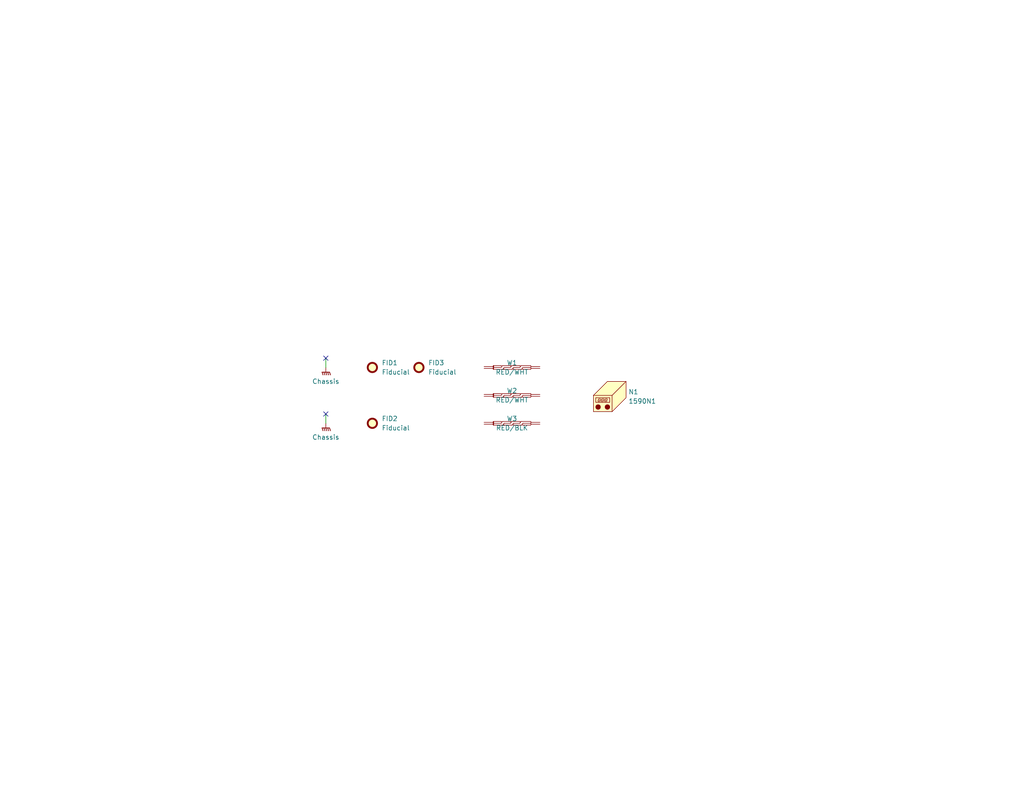
<source format=kicad_sch>
(kicad_sch (version 20230121) (generator eeschema)
  (paper "USLetter")
  (title_block (title "Baseboard") (date "2023-04-28") (rev "A") (company "Alessandro Rizzoni") (comment 1 "SCHEMATIC") (comment 2 "DRAFT") (comment 3 "AIR") (comment 5 "1: ALL COMPONENTS 25V RATING OR GREATER") (comment 6 "2: ALL RESISTORS LOW NOISE THIN FILM, 1% TOLERANCE OR SMALLER, 1/10W RATING OR GREATER") (comment 7 "3: ALL CAPACITORS MLCC, X5R OR X7R DIELECTRIC, 10% TOLERANCE OR SMALLER") (comment 8 "4: DO NOT POPULATE NOTE --TODO--") (comment 9 "5: PCB LAYOUT ACCORDING TO DATASHEET FOR ALL COMPONENTS"))
  (lib_symbols
    (symbol "Library:Chassis" (pin_names (offset 0))
      (property "Value" "Chassis" (at 0 -3.302 0))
      (symbol "Chassis_0_1"
        (polyline (pts (xy 0 -1.27) (xy 0 0)))
        (polyline (pts (xy -1.016 -1.27) (xy -1.27 -2.032) (xy -1.27 -2.032)) (stroke (width 0.2032)))
        (polyline (pts (xy -0.508 -1.27) (xy -0.762 -2.032) (xy -0.762 -2.032)) (stroke (width 0.2032)))
        (polyline (pts (xy 0 -1.27) (xy -0.254 -2.032) (xy -0.254 -2.032)) (stroke (width 0.2032)))
        (polyline (pts (xy 0.508 -1.27) (xy 0.254 -2.032) (xy 0.254 -2.032)) (stroke (width 0.2032)))
        (polyline (pts (xy 1.016 -1.27) (xy -1.016 -1.27) (xy -1.016 -1.27)) (stroke (width 0.2032)))
        (polyline (pts (xy 1.016 -1.27) (xy 0.762 -2.032) (xy 0.762 -2.032) (xy 0.762 -2.032)) (stroke (width 0.2032)))
      )
      (symbol "Chassis_1_1"
        (pin power_in line (at 0 0 270) (length 0) hide (name "GNDPWR") (number "1"))
      )
    )
    (symbol "Library:Twisted_Pair" (on_board no)
      (property "Reference" "W" (at 0 -1.27 0))
      (symbol "Twisted_Pair_0_1"
        (arc (start -5.08 -0.508) (mid -4.9748 -0.254) (end -5.08 0))
        (arc (start -5.08 0) (mid -5.1852 -0.254) (end -5.08 -0.508))
        (arc (start -5.08 0) (mid -4.9748 0.254) (end -5.08 0.508))
        (arc (start -5.08 0.508) (mid -5.1852 0.254) (end -5.08 0))
        (arc (start -3.0452 -0.0028) (mid -2.8664 0.0724) (end -2.7912 0.2512))
        (arc (start -2.794 0.254) (mid -2.8684 0.4336) (end -3.048 0.508))
        (arc (start -2.5427 0.5107) (mid -2.7215 0.4355) (end -2.7967 0.2567))
        (arc (start -2.54 -0.508) (mid -2.3607 -0.4333) (end -2.286 -0.254))
        (arc (start -2.286 -0.254) (mid -2.2116 -0.4336) (end -2.032 -0.508))
        (arc (start -2.0354 0.0034) (mid -2.214 -0.072) (end -2.2894 -0.2506))
        (arc (start -0.5052 -0.0028) (mid -0.3264 0.0724) (end -0.2512 0.2512))
        (arc (start -0.254 0.254) (mid -0.3284 0.4336) (end -0.508 0.508))
        (arc (start -0.0027 0.5107) (mid -0.1815 0.4355) (end -0.2567 0.2567))
        (arc (start 0 -0.508) (mid 0.1793 -0.4333) (end 0.254 -0.254))
        (polyline (pts (xy -5.08 -0.508) (xy -2.54 -0.508)))
        (polyline (pts (xy -5.08 -0.254) (xy -7.62 -0.254)))
        (polyline (pts (xy -5.08 0) (xy -3.048 0)))
        (polyline (pts (xy -5.08 0.254) (xy -7.62 0.254)))
        (polyline (pts (xy -3.048 0.508) (xy -5.08 0.508)))
        (polyline (pts (xy -2.032 -0.508) (xy 0 -0.508)))
        (polyline (pts (xy -2.032 0) (xy -0.508 0)))
        (polyline (pts (xy -0.508 0.508) (xy -2.54 0.508)))
        (polyline (pts (xy 0 0.508) (xy 2.032 0.508)))
        (polyline (pts (xy 0.508 -0.508) (xy 2.54 -0.508)))
        (polyline (pts (xy 2.032 0) (xy 0.508 0)))
        (polyline (pts (xy 2.54 0.508) (xy 5.08 0.508)))
        (polyline (pts (xy 3.048 0) (xy 5.08 0)))
        (polyline (pts (xy 5.08 -0.508) (xy 3.048 -0.508)))
        (polyline (pts (xy 5.207 -0.254) (xy 7.62 -0.254)))
        (polyline (pts (xy 5.207 0.254) (xy 7.62 0.254)))
        (arc (start 0.254 -0.254) (mid 0.3284 -0.4336) (end 0.508 -0.508))
        (arc (start 0.5046 0.0034) (mid 0.326 -0.072) (end 0.2506 -0.2506))
        (arc (start 2.0348 -0.0028) (mid 2.2136 0.0724) (end 2.2888 0.2512))
        (arc (start 2.286 0.254) (mid 2.2116 0.4336) (end 2.032 0.508))
        (arc (start 2.5373 0.5107) (mid 2.3585 0.4355) (end 2.2833 0.2567))
        (arc (start 2.54 -0.508) (mid 2.7193 -0.4333) (end 2.794 -0.254))
        (arc (start 2.794 -0.254) (mid 2.8684 -0.4336) (end 3.048 -0.508))
        (arc (start 3.0446 0.0034) (mid 2.866 -0.072) (end 2.7906 -0.2506))
        (arc (start 5.08 -0.508) (mid 5.1852 -0.254) (end 5.08 0))
        (arc (start 5.08 0) (mid 5.1852 0.254) (end 5.08 0.508))
      )
    )
    (symbol "Mechanical:Fiducial"
      (property "Reference" "FID" (at 0 5.08 0))
      (property "Value" "Fiducial" (at 0 3.175 0))
      (symbol "Fiducial_0_1"
        (circle (center 0 0) (radius 1.27) (stroke (width 0.508)) (fill (type background)))
      )
    )
    (symbol "Mechanical:Housing" (pin_names (offset 1.016))
      (property "Reference" "N" (at 3.81 0 0))
      (property "Value" "Housing" (at 3.81 -1.905 0))
      (symbol "Housing_0_1"
        (rectangle (start -5.08 -0.635) (end -1.27 -1.905))
        (circle (center -4.445 -3.175) (radius 0.635) (fill (type outline)))
        (circle (center -1.905 -3.175) (radius 0.635) (fill (type outline)))
        (polyline (pts (xy -4.5212 -1.5748) (xy -4.4704 -1.3716)))
        (polyline (pts (xy -4.4196 -1.6764) (xy -4.064 -1.6764)))
        (polyline (pts (xy -4.4196 -1.2192) (xy -4.3688 -0.9652)))
        (polyline (pts (xy -4.318 -1.3208) (xy -4.0132 -1.3208)))
        (polyline (pts (xy -4.2164 -0.9144) (xy -3.9116 -0.9144)))
        (polyline (pts (xy -3.9116 -1.6256) (xy -3.8608 -1.3716)))
        (polyline (pts (xy -3.81 -1.2192) (xy -3.7592 -0.9652)))
        (polyline (pts (xy -3.6068 -1.5748) (xy -3.556 -1.3716)))
        (polyline (pts (xy -3.5052 -1.6764) (xy -3.1496 -1.6764)))
        (polyline (pts (xy -3.5052 -1.2192) (xy -3.4544 -0.9652)))
        (polyline (pts (xy -3.4036 -1.3208) (xy -3.0988 -1.3208)))
        (polyline (pts (xy -3.302 -0.9144) (xy -2.9972 -0.9144)))
        (polyline (pts (xy -2.9972 -1.6256) (xy -2.9464 -1.3716)))
        (polyline (pts (xy -2.8956 -1.2192) (xy -2.8448 -0.9652)))
        (polyline (pts (xy -2.6924 -1.5748) (xy -2.6416 -1.3716)))
        (polyline (pts (xy -2.5908 -1.6764) (xy -2.2352 -1.6764)))
        (polyline (pts (xy -2.5908 -1.2192) (xy -2.54 -0.9652)))
        (polyline (pts (xy -2.4892 -1.3208) (xy -2.1844 -1.3208)))
        (polyline (pts (xy -2.3876 -0.9144) (xy -2.0828 -0.9144)))
        (polyline (pts (xy -2.0828 -1.6256) (xy -2.032 -1.3716)))
        (polyline (pts (xy -1.9812 -1.2192) (xy -1.9304 -0.9652)))
        (polyline (pts (xy -0.635 0) (xy -0.635 -4.445)))
        (polyline (pts (xy -5.715 0) (xy -0.635 0) (xy 3.175 3.81)))
        (polyline (pts (xy -5.715 0) (xy -5.715 -4.445) (xy -0.635 -4.445) (xy 3.175 -0.635) (xy 3.175 3.81) (xy -1.905 3.81) (xy -5.715 0)) (fill (type background)))
      )
    )
  )
  (no_connect (at 88.9 113.03))
  (no_connect (at 88.9 97.79))
  (wire (pts (xy 88.9 113.03) (xy 88.9 115.57)))
  (wire (pts (xy 88.9 97.79) (xy 88.9 100.33)))
  (symbol (lib_id "Mechanical:Fiducial") (at 114.3 100.33 0) (unit 1)
    (property "Reference" "FID3" (at 116.84 99.0599 0) (effects (justify left)))
    (property "Value" "Fiducial" (at 116.84 101.5999 0) (effects (justify left)))
    (property "Footprint" "Fiducial:Fiducial_0.5mm_Mask1mm" (effects hide))
    (property "Manufacturer" "N/A" (effects hide))
  )
  (symbol (lib_id "Library:Chassis") (at 88.9 115.57 0) (mirror y) (unit 1)
    (property "Reference" "G2" (effects hide))
    (property "Value" "Chassis" (at 88.9 119.38 0))
    (property "Footprint" "Library:Harwin_EMI_Finger_S7061-46R" (effects hide))
    (property "Datasheet" "https://cdn.harwin.com/pdfs/Harwin_Product_Catalog_page_281.pdf" (effects hide))
    (property "Manufacturer" "Harwin" (effects hide))
    (property "Part Number" "S7061-46R" (effects hide))
    (instances (project "1590N1 IO Board" (path "" (reference "G2") (unit 1)) (path "" (reference "G2") (unit 1)) (path "" (reference "G2") (unit 1)) (path "" (reference "G3") (unit 1))))
  )
  (symbol (lib_id "Library:Twisted_Pair") (at 139.7 115.57 0) (unit 1) (on_board no)
    (property "Reference" "W3" (at 139.7 114.3 0))
    (property "Value" "RED/BLK" (at 139.7 116.84 0))
    (property "Footprint" "N/A" (effects hide))
  )
  (symbol (lib_id "Library:Twisted_Pair") (at 139.7 107.95 0) (unit 1) (on_board no)
    (property "Reference" "W2" (at 139.7 106.68 0))
    (property "Value" "RED/WHT" (at 139.7 109.22 0))
    (property "Footprint" "N/A" (effects hide))
  )
  (symbol (lib_id "Mechanical:Housing") (at 167.64 107.95 0) (unit 1) (on_board no)
    (property "Reference" "N1" (at 171.45 106.9974 0) (effects (justify left)))
    (property "Value" "1590N1" (at 171.45 109.5374 0) (effects (justify left)))
    (property "Footprint" "N/A" (effects hide))
    (property "Datasheet" "https://www.hammfg.com/electronics/small-case/diecast/1590.pdf" (effects hide))
    (property "Manufacturer" "Hammond" (effects hide))
    (property "Part Number" "1590N1" (effects hide))
  )
  (symbol (lib_id "Mechanical:Fiducial") (at 101.6 115.57 0) (unit 1)
    (property "Reference" "FID2" (at 104.14 114.2999 0) (effects (justify left)))
    (property "Value" "Fiducial" (at 104.14 116.8399 0) (effects (justify left)))
    (property "Footprint" "Fiducial:Fiducial_0.5mm_Mask1mm" (effects hide))
    (property "Manufacturer" "N/A" (effects hide))
  )
  (symbol (lib_id "Library:Chassis") (at 88.9 100.33 0) (mirror y) (unit 1)
    (property "Reference" "G1" (effects hide))
    (property "Value" "Chassis" (at 88.9 104.14 0))
    (property "Footprint" "Library:Harwin_EMI_Finger_S7061-46R" (effects hide))
    (property "Datasheet" "https://cdn.harwin.com/pdfs/Harwin_Product_Catalog_page_281.pdf" (effects hide))
    (property "Manufacturer" "Harwin" (effects hide))
    (property "Part Number" "S7061-46R" (effects hide))
    (instances (project "1590N1 IO Board" (path "" (reference "G1") (unit 1)) (path "" (reference "G1") (unit 1)) (path "" (reference "G1") (unit 1)) (path "" (reference "G2") (unit 1))))
  )
  (symbol (lib_id "Library:Twisted_Pair") (at 139.7 100.33 0) (unit 1) (on_board no)
    (property "Reference" "W1" (at 139.7 99.06 0))
    (property "Value" "RED/WHT" (at 139.7 101.6 0))
    (property "Footprint" "N/A" (effects hide))
  )
  (symbol (lib_id "Mechanical:Fiducial") (at 101.6 100.33 0) (unit 1)
    (property "Reference" "FID1" (at 104.14 99.0599 0) (effects (justify left)))
    (property "Value" "Fiducial" (at 104.14 101.5999 0) (effects (justify left)))
    (property "Footprint" "Fiducial:Fiducial_0.5mm_Mask1mm" (effects hide))
    (property "Manufacturer" "N/A" (effects hide))
  )
)
</source>
